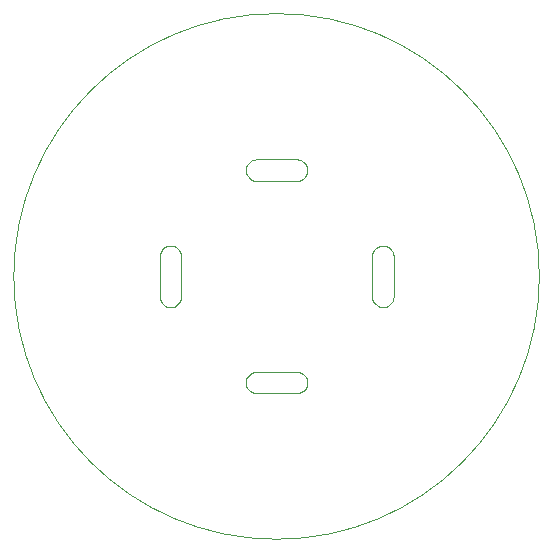
<source format=gm1>
%FSLAX44Y44*%
%MOMM*%
G71*
G01*
G75*
G04 Layer_Color=16711935*
%ADD10C,2.0000*%
%ADD11C,0.6000*%
G04:AMPARAMS|DCode=12|XSize=0.8mm|YSize=4mm|CornerRadius=0mm|HoleSize=0mm|Usage=FLASHONLY|Rotation=45.000|XOffset=0mm|YOffset=0mm|HoleType=Round|Shape=Rectangle|*
%AMROTATEDRECTD12*
4,1,4,1.1314,-1.6971,-1.6971,1.1314,-1.1314,1.6971,1.6971,-1.1314,1.1314,-1.6971,0.0*
%
%ADD12ROTATEDRECTD12*%

G04:AMPARAMS|DCode=13|XSize=0.8mm|YSize=4mm|CornerRadius=0mm|HoleSize=0mm|Usage=FLASHONLY|Rotation=45.000|XOffset=0mm|YOffset=0mm|HoleType=Round|Shape=Round|*
%AMOVALD13*
21,1,3.2000,0.8000,0.0000,0.0000,135.0*
1,1,0.8000,1.1314,-1.1314*
1,1,0.8000,-1.1314,1.1314*
%
%ADD13OVALD13*%

G04:AMPARAMS|DCode=14|XSize=0.8mm|YSize=3mm|CornerRadius=0mm|HoleSize=0mm|Usage=FLASHONLY|Rotation=45.000|XOffset=0mm|YOffset=0mm|HoleType=Round|Shape=Round|*
%AMOVALD14*
21,1,2.2000,0.8000,0.0000,0.0000,135.0*
1,1,0.8000,0.7778,-0.7778*
1,1,0.8000,-0.7778,0.7778*
%
%ADD14OVALD14*%

%ADD15C,0.1500*%
%ADD16C,0.2000*%
%ADD17C,2.2032*%
G04:AMPARAMS|DCode=18|XSize=1.0032mm|YSize=4.2032mm|CornerRadius=0mm|HoleSize=0mm|Usage=FLASHONLY|Rotation=45.000|XOffset=0mm|YOffset=0mm|HoleType=Round|Shape=Rectangle|*
%AMROTATEDRECTD18*
4,1,4,1.1314,-1.8407,-1.8407,1.1314,-1.1314,1.8407,1.8407,-1.1314,1.1314,-1.8407,0.0*
%
%ADD18ROTATEDRECTD18*%

G04:AMPARAMS|DCode=19|XSize=1.0032mm|YSize=4.2032mm|CornerRadius=0mm|HoleSize=0mm|Usage=FLASHONLY|Rotation=45.000|XOffset=0mm|YOffset=0mm|HoleType=Round|Shape=Round|*
%AMOVALD19*
21,1,3.2000,1.0032,0.0000,0.0000,135.0*
1,1,1.0032,1.1314,-1.1314*
1,1,1.0032,-1.1314,1.1314*
%
%ADD19OVALD19*%

G04:AMPARAMS|DCode=20|XSize=1.0032mm|YSize=3.2032mm|CornerRadius=0mm|HoleSize=0mm|Usage=FLASHONLY|Rotation=45.000|XOffset=0mm|YOffset=0mm|HoleType=Round|Shape=Round|*
%AMOVALD20*
21,1,2.2000,1.0032,0.0000,0.0000,135.0*
1,1,1.0032,0.7778,-0.7778*
1,1,1.0032,-0.7778,0.7778*
%
%ADD20OVALD20*%

%ADD21C,0.1000*%
D21*
X1222514Y1000000D02*
G03*
X1222514Y1000000I-222514J0D01*
G01*
X983000Y1099010D02*
X1017000D01*
X981128Y1098813D02*
X983000Y1099010D01*
X979337Y1098231D02*
X981128Y1098813D01*
X977707Y1097290D02*
X979337Y1098231D01*
X976308Y1096030D02*
X977707Y1097290D01*
X975201Y1094507D02*
X976308Y1096030D01*
X974436Y1092788D02*
X975201Y1094507D01*
X974044Y1090946D02*
X974436Y1092788D01*
X974044Y1089064D02*
Y1090946D01*
Y1089064D02*
X974436Y1087222D01*
X975201Y1085502D01*
X976308Y1083979D01*
X977707Y1082720D01*
X979337Y1081778D01*
X981128Y1081197D01*
X983000Y1081000D01*
X1017000D01*
X1018872Y1081197D01*
X1020663Y1081778D01*
X1022293Y1082720D01*
X1023692Y1083979D01*
X1024799Y1085502D01*
X1025564Y1087222D01*
X1025956Y1089064D01*
Y1090946D01*
X1025564Y1092788D02*
X1025956Y1090946D01*
X1024799Y1094507D02*
X1025564Y1092788D01*
X1023692Y1096030D02*
X1024799Y1094507D01*
X1022293Y1097290D02*
X1023692Y1096030D01*
X1020663Y1098231D02*
X1022293Y1097290D01*
X1018872Y1098813D02*
X1020663Y1098231D01*
X1017000Y1099010D02*
X1018872Y1098813D01*
X1089059Y1025951D02*
X1090941D01*
X1087219Y1025559D02*
X1089059Y1025951D01*
X1085500Y1024794D02*
X1087219Y1025559D01*
X1083978Y1023688D02*
X1085500Y1024794D01*
X1082719Y1022290D02*
X1083978Y1023688D01*
X1081778Y1020661D02*
X1082719Y1022290D01*
X1081197Y1018871D02*
X1081778Y1020661D01*
X1081000Y1017000D02*
X1081197Y1018871D01*
X1081000Y983000D02*
Y1017000D01*
Y983000D02*
X1081197Y981129D01*
X1081778Y979339D01*
X1082719Y977710D01*
X1083978Y976312D01*
X1085500Y975206D01*
X1087219Y974440D01*
X1089059Y974049D01*
X1090941D01*
X1092781Y974440D01*
X1094500Y975206D01*
X1096022Y976312D01*
X1097281Y977710D01*
X1098222Y979339D01*
X1098803Y981129D01*
X1099000Y983000D01*
X1099000Y1017000D02*
X1099000Y983000D01*
X1098803Y1018871D02*
X1099000Y1017000D01*
X1098222Y1020661D02*
X1098803Y1018871D01*
X1097281Y1022290D02*
X1098222Y1020661D01*
X1096022Y1023688D02*
X1097281Y1022290D01*
X1094500Y1024794D02*
X1096022Y1023688D01*
X1092781Y1025559D02*
X1094500Y1024794D01*
X1090941Y1025951D02*
X1092781Y1025559D01*
X909059Y1025951D02*
X910941D01*
X907219Y1025559D02*
X909059Y1025951D01*
X905500Y1024794D02*
X907219Y1025559D01*
X903978Y1023688D02*
X905500Y1024794D01*
X902719Y1022290D02*
X903978Y1023688D01*
X901778Y1020661D02*
X902719Y1022290D01*
X901197Y1018871D02*
X901778Y1020661D01*
X901000Y1017000D02*
X901197Y1018871D01*
X901000Y1017000D02*
X901000Y983000D01*
X901197Y981129D01*
X901778Y979339D01*
X902719Y977710D01*
X903978Y976312D01*
X905500Y975206D01*
X907219Y974440D01*
X909059Y974049D01*
X910941D01*
X912781Y974440D01*
X914500Y975206D01*
X916022Y976312D01*
X917281Y977710D01*
X918222Y979339D01*
X918803Y981129D01*
X919000Y983000D01*
Y1017000D01*
X918803Y1018871D02*
X919000Y1017000D01*
X918222Y1020661D02*
X918803Y1018871D01*
X917281Y1022290D02*
X918222Y1020661D01*
X916022Y1023688D02*
X917281Y1022290D01*
X914500Y1024794D02*
X916022Y1023688D01*
X912781Y1025559D02*
X914500Y1024794D01*
X910941Y1025951D02*
X912781Y1025559D01*
X983000Y919000D02*
X1017000D01*
X981128Y918803D02*
X983000Y919000D01*
X979337Y918221D02*
X981128Y918803D01*
X977707Y917280D02*
X979337Y918221D01*
X976308Y916020D02*
X977707Y917280D01*
X975201Y914497D02*
X976308Y916020D01*
X974436Y912778D02*
X975201Y914497D01*
X974044Y910936D02*
X974436Y912778D01*
X974044Y909054D02*
Y910936D01*
Y909054D02*
X974436Y907212D01*
X975201Y905492D01*
X976308Y903969D01*
X977707Y902710D01*
X979337Y901768D01*
X981128Y901187D01*
X983000Y900990D01*
X1017000D01*
X1018872Y901187D01*
X1020663Y901768D01*
X1022293Y902710D01*
X1023692Y903969D01*
X1024799Y905492D01*
X1025564Y907212D01*
X1025956Y909054D01*
Y910936D01*
X1025564Y912778D02*
X1025956Y910936D01*
X1024799Y914497D02*
X1025564Y912778D01*
X1023692Y916020D02*
X1024799Y914497D01*
X1022293Y917280D02*
X1023692Y916020D01*
X1020663Y918221D02*
X1022293Y917280D01*
X1018872Y918803D02*
X1020663Y918221D01*
X1017000Y919000D02*
X1018872Y918803D01*
M02*

</source>
